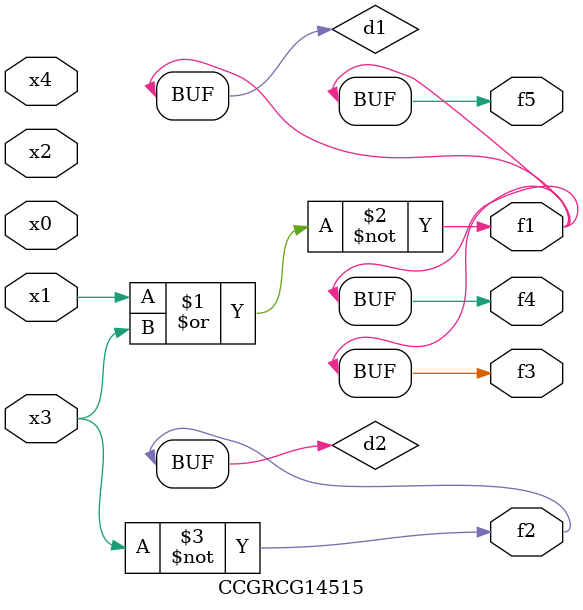
<source format=v>
module CCGRCG14515(
	input x0, x1, x2, x3, x4,
	output f1, f2, f3, f4, f5
);

	wire d1, d2;

	nor (d1, x1, x3);
	not (d2, x3);
	assign f1 = d1;
	assign f2 = d2;
	assign f3 = d1;
	assign f4 = d1;
	assign f5 = d1;
endmodule

</source>
